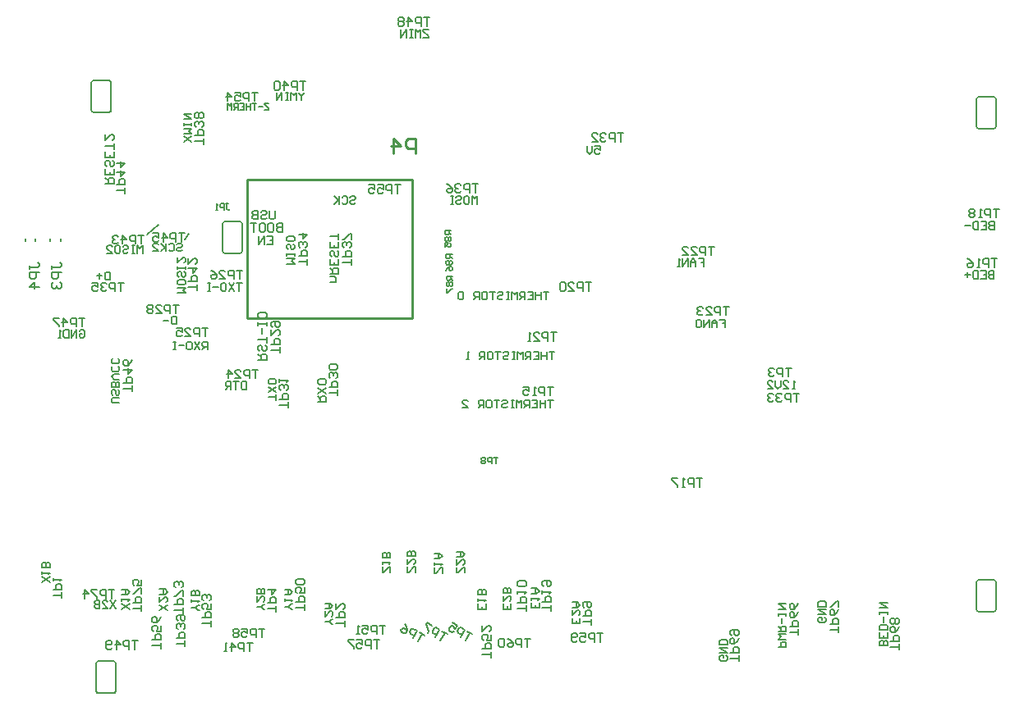
<source format=gbo>
G04*
G04 #@! TF.GenerationSoftware,Altium Limited,Altium Designer,21.0.8 (223)*
G04*
G04 Layer_Color=32896*
%FSLAX25Y25*%
%MOIN*%
G70*
G04*
G04 #@! TF.SameCoordinates,9996C82E-4A36-4C5B-9496-8E533FBA6DEC*
G04*
G04*
G04 #@! TF.FilePolarity,Positive*
G04*
G01*
G75*
%ADD11C,0.00600*%
%ADD12C,0.00800*%
%ADD13C,0.01000*%
%ADD16C,0.00500*%
%ADD21C,0.00787*%
%ADD27C,0.00700*%
G54D11*
X83976Y181019D02*
X84269Y180312D01*
X84976Y180019D01*
Y193019D02*
X84269Y192726D01*
X83976Y192019D01*
X91976D02*
X91684Y192726D01*
X90976Y193019D01*
Y180019D02*
X91684Y180312D01*
X91976Y181019D01*
X397799Y46445D02*
X397506Y47152D01*
X396799Y47445D01*
Y34445D02*
X397506Y34738D01*
X397799Y35445D01*
X389799D02*
X390092Y34738D01*
X390799Y34445D01*
Y47445D02*
X390092Y47152D01*
X389799Y46445D01*
X30683Y238403D02*
X30976Y237696D01*
X31683Y237403D01*
Y250403D02*
X30976Y250110D01*
X30683Y249403D01*
X38683D02*
X38390Y250110D01*
X37683Y250403D01*
Y237403D02*
X38390Y237696D01*
X38683Y238403D01*
X32483Y2303D02*
X32776Y1596D01*
X33483Y1303D01*
Y14303D02*
X32776Y14010D01*
X32483Y13303D01*
X40483D02*
X40190Y14010D01*
X39483Y14303D01*
Y1303D02*
X40190Y1596D01*
X40483Y2303D01*
X389883Y231803D02*
X390176Y231096D01*
X390883Y230803D01*
Y243803D02*
X390176Y243510D01*
X389883Y242803D01*
X397883D02*
X397590Y243510D01*
X396883Y243803D01*
Y230803D02*
X397590Y231096D01*
X397883Y231803D01*
X91976Y181019D02*
Y192019D01*
X84976Y180019D02*
X90976D01*
X84976Y193019D02*
X90976D01*
X83976Y181019D02*
Y192019D01*
X389799Y35445D02*
Y46445D01*
X390799Y47445D02*
X396799D01*
X390799Y34445D02*
X396799D01*
X397799Y35445D02*
Y46445D01*
X38683Y238403D02*
Y249403D01*
X31683Y237403D02*
X37683D01*
X31683Y250403D02*
X37683D01*
X30683Y238403D02*
Y249403D01*
X40483Y2303D02*
Y13303D01*
X33483Y1303D02*
X39483D01*
X33483Y14303D02*
X39483D01*
X32483Y2303D02*
Y13303D01*
X397883Y231803D02*
Y242803D01*
X390883Y230803D02*
X396883D01*
X390883Y243803D02*
X396883D01*
X389883Y231803D02*
Y242803D01*
X13882Y46503D02*
X10683Y48636D01*
X13882D02*
X10683Y46503D01*
Y49702D02*
Y50768D01*
Y50235D01*
X13882D01*
X13349Y49702D01*
X13882Y52368D02*
X10683D01*
Y53967D01*
X11216Y54501D01*
X11749D01*
X12282Y53967D01*
Y52368D01*
Y53967D01*
X12815Y54501D01*
X13349D01*
X13882Y53967D01*
Y52368D01*
X46182Y35603D02*
X42983Y37736D01*
X46182D02*
X42983Y35603D01*
Y38802D02*
Y39868D01*
Y39335D01*
X46182D01*
X45649Y38802D01*
X42983Y41468D02*
X45115D01*
X46182Y42534D01*
X45115Y43601D01*
X42983D01*
X44582D01*
Y41468D01*
X61482Y35103D02*
X58283Y37236D01*
X61482D02*
X58283Y35103D01*
Y40435D02*
Y38302D01*
X60415Y40435D01*
X60948D01*
X61482Y39902D01*
Y38835D01*
X60948Y38302D01*
X58283Y41501D02*
X60415D01*
X61482Y42567D01*
X60415Y43634D01*
X58283D01*
X59882D01*
Y41501D01*
X397058Y193077D02*
Y189878D01*
X395458D01*
X394925Y190411D01*
Y190944D01*
X395458Y191477D01*
X397058D01*
X395458D01*
X394925Y192011D01*
Y192544D01*
X395458Y193077D01*
X397058D01*
X391726D02*
X393859D01*
Y189878D01*
X391726D01*
X393859Y191477D02*
X392792D01*
X390659Y193077D02*
Y189878D01*
X389060D01*
X388527Y190411D01*
Y192544D01*
X389060Y193077D01*
X390659D01*
X387461Y191477D02*
X385328D01*
X396957Y172977D02*
Y169778D01*
X395358D01*
X394825Y170311D01*
Y170844D01*
X395358Y171377D01*
X396957D01*
X395358D01*
X394825Y171911D01*
Y172444D01*
X395358Y172977D01*
X396957D01*
X391626D02*
X393759D01*
Y169778D01*
X391626D01*
X393759Y171377D02*
X392692D01*
X390560Y172977D02*
Y169778D01*
X388960D01*
X388427Y170311D01*
Y172444D01*
X388960Y172977D01*
X390560D01*
X387361Y171377D02*
X385228D01*
X386294Y172444D02*
Y170311D01*
X41982Y119303D02*
X39316D01*
X38783Y119836D01*
Y120903D01*
X39316Y121436D01*
X41982D01*
X41449Y124635D02*
X41982Y124102D01*
Y123035D01*
X41449Y122502D01*
X40915D01*
X40382Y123035D01*
Y124102D01*
X39849Y124635D01*
X39316D01*
X38783Y124102D01*
Y123035D01*
X39316Y122502D01*
X41982Y125701D02*
X38783D01*
Y127301D01*
X39316Y127834D01*
X39849D01*
X40382Y127301D01*
Y125701D01*
Y127301D01*
X40915Y127834D01*
X41449D01*
X41982Y127301D01*
Y125701D01*
Y128900D02*
X39849D01*
X38783Y129966D01*
X39849Y131033D01*
X41982D01*
X41449Y134232D02*
X41982Y133698D01*
Y132632D01*
X41449Y132099D01*
X39316D01*
X38783Y132632D01*
Y133698D01*
X39316Y134232D01*
X41449Y137431D02*
X41982Y136898D01*
Y135831D01*
X41449Y135298D01*
X39316D01*
X38783Y135831D01*
Y136898D01*
X39316Y137431D01*
X25750Y148569D02*
X26283Y149102D01*
X27349D01*
X27883Y148569D01*
Y146436D01*
X27349Y145903D01*
X26283D01*
X25750Y146436D01*
Y147503D01*
X26816D01*
X24684Y145903D02*
Y149102D01*
X22551Y145903D01*
Y149102D01*
X21485D02*
Y145903D01*
X19885D01*
X19352Y146436D01*
Y148569D01*
X19885Y149102D01*
X21485D01*
X18286Y145903D02*
X17220D01*
X17753D01*
Y149102D01*
X18286Y148569D01*
X65183Y154502D02*
Y151303D01*
X63583D01*
X63050Y151836D01*
Y153969D01*
X63583Y154502D01*
X65183D01*
X61984Y152903D02*
X59851D01*
X38183Y172602D02*
Y169403D01*
X36583D01*
X36050Y169936D01*
Y172069D01*
X36583Y172602D01*
X38183D01*
X34984Y171003D02*
X32851D01*
X33917Y172069D02*
Y169936D01*
X234950Y223702D02*
X237083D01*
Y222103D01*
X236016Y222636D01*
X235483D01*
X234950Y222103D01*
Y221036D01*
X235483Y220503D01*
X236549D01*
X237083Y221036D01*
X233884Y223702D02*
Y221569D01*
X232817Y220503D01*
X231751Y221569D01*
Y223702D01*
X187183Y200203D02*
Y203402D01*
X186116Y202336D01*
X185050Y203402D01*
Y200203D01*
X182384Y203402D02*
X183450D01*
X183984Y202869D01*
Y200736D01*
X183450Y200203D01*
X182384D01*
X181851Y200736D01*
Y202869D01*
X182384Y203402D01*
X178652Y202869D02*
X179185Y203402D01*
X180252D01*
X180785Y202869D01*
Y202336D01*
X180252Y201803D01*
X179185D01*
X178652Y201270D01*
Y200736D01*
X179185Y200203D01*
X180252D01*
X180785Y200736D01*
X177586Y203402D02*
X176520D01*
X177053D01*
Y200203D01*
X177586D01*
X176520D01*
X135564Y202863D02*
X136097Y203396D01*
X137164D01*
X137697Y202863D01*
Y202329D01*
X137164Y201796D01*
X136097D01*
X135564Y201263D01*
Y200730D01*
X136097Y200197D01*
X137164D01*
X137697Y200730D01*
X132365Y202863D02*
X132898Y203396D01*
X133965D01*
X134498Y202863D01*
Y200730D01*
X133965Y200197D01*
X132898D01*
X132365Y200730D01*
X131299Y203396D02*
Y200197D01*
Y201263D01*
X129166Y203396D01*
X130766Y201796D01*
X129166Y200197D01*
X109843Y175886D02*
X113041D01*
X111975Y176952D01*
X113041Y178018D01*
X109843D01*
X113041Y179085D02*
Y180151D01*
Y179618D01*
X109843D01*
Y179085D01*
Y180151D01*
X112508Y183883D02*
X113041Y183350D01*
Y182284D01*
X112508Y181751D01*
X111975D01*
X111442Y182284D01*
Y183350D01*
X110909Y183883D01*
X110376D01*
X109843Y183350D01*
Y182284D01*
X110376Y181751D01*
X113041Y186549D02*
Y185483D01*
X112508Y184950D01*
X110376D01*
X109843Y185483D01*
Y186549D01*
X110376Y187082D01*
X112508D01*
X113041Y186549D01*
X167483Y271102D02*
X165350D01*
Y270569D01*
X167483Y268436D01*
Y267903D01*
X165350D01*
X164284D02*
Y271102D01*
X163217Y270036D01*
X162151Y271102D01*
Y267903D01*
X161085Y271102D02*
X160018D01*
X160552D01*
Y267903D01*
X161085D01*
X160018D01*
X158419D02*
Y271102D01*
X156286Y267903D01*
Y271102D01*
X116983Y245602D02*
Y245069D01*
X115916Y244003D01*
X114850Y245069D01*
Y245602D01*
X115916Y244003D02*
Y242403D01*
X113784D02*
Y245602D01*
X112717Y244536D01*
X111651Y245602D01*
Y242403D01*
X110585Y245602D02*
X109518D01*
X110052D01*
Y242403D01*
X110585D01*
X109518D01*
X107919D02*
Y245602D01*
X105786Y242403D01*
Y245602D01*
X71282Y225603D02*
X68083Y227736D01*
X71282D02*
X68083Y225603D01*
Y228802D02*
X71282D01*
X70215Y229868D01*
X71282Y230935D01*
X68083D01*
X71282Y232001D02*
Y233067D01*
Y232534D01*
X68083D01*
Y232001D01*
Y233067D01*
Y234667D02*
X71282D01*
X68083Y236800D01*
X71282D01*
X51383Y180103D02*
Y183302D01*
X50316Y182236D01*
X49250Y183302D01*
Y180103D01*
X48184Y183302D02*
X47117D01*
X47651D01*
Y180103D01*
X48184D01*
X47117D01*
X43385Y182769D02*
X43918Y183302D01*
X44985D01*
X45518Y182769D01*
Y182236D01*
X44985Y181703D01*
X43918D01*
X43385Y181169D01*
Y180636D01*
X43918Y180103D01*
X44985D01*
X45518Y180636D01*
X40720Y183302D02*
X41786D01*
X42319Y182769D01*
Y180636D01*
X41786Y180103D01*
X40720D01*
X40186Y180636D01*
Y182769D01*
X40720Y183302D01*
X36987Y180103D02*
X39120D01*
X36987Y182236D01*
Y182769D01*
X37521Y183302D01*
X38587D01*
X39120Y182769D01*
X65250Y183669D02*
X65783Y184202D01*
X66849D01*
X67383Y183669D01*
Y183136D01*
X66849Y182603D01*
X65783D01*
X65250Y182070D01*
Y181536D01*
X65783Y181003D01*
X66849D01*
X67383Y181536D01*
X62051Y183669D02*
X62584Y184202D01*
X63651D01*
X64184Y183669D01*
Y181536D01*
X63651Y181003D01*
X62584D01*
X62051Y181536D01*
X60985Y184202D02*
Y181003D01*
Y182070D01*
X58852Y184202D01*
X60452Y182603D01*
X58852Y181003D01*
X55653D02*
X57786D01*
X55653Y183136D01*
Y183669D01*
X56186Y184202D01*
X57253D01*
X57786Y183669D01*
X65683Y164103D02*
X68882D01*
X67815Y165170D01*
X68882Y166236D01*
X65683D01*
X68882Y168902D02*
Y167835D01*
X68348Y167302D01*
X66216D01*
X65683Y167835D01*
Y168902D01*
X66216Y169435D01*
X68348D01*
X68882Y168902D01*
X68348Y172634D02*
X68882Y172101D01*
Y171034D01*
X68348Y170501D01*
X67815D01*
X67282Y171034D01*
Y172101D01*
X66749Y172634D01*
X66216D01*
X65683Y172101D01*
Y171034D01*
X66216Y170501D01*
X68882Y173700D02*
Y174766D01*
Y174233D01*
X65683D01*
Y173700D01*
Y174766D01*
Y178498D02*
Y176366D01*
X67815Y178498D01*
X68348D01*
X68882Y177965D01*
Y176899D01*
X68348Y176366D01*
X91732Y167963D02*
X89600D01*
X90666D01*
Y164764D01*
X88533Y167963D02*
X86401Y164764D01*
Y167963D02*
X88533Y164764D01*
X85334Y167430D02*
X84801Y167963D01*
X83735D01*
X83202Y167430D01*
Y165297D01*
X83735Y164764D01*
X84801D01*
X85334Y165297D01*
Y167430D01*
X82135Y166363D02*
X80003D01*
X78936Y167963D02*
X77870D01*
X78403D01*
Y164764D01*
X78936D01*
X77870D01*
X93583Y128102D02*
Y124903D01*
X91983D01*
X91450Y125436D01*
Y127569D01*
X91983Y128102D01*
X93583D01*
X90384D02*
X88251D01*
X89317D01*
Y124903D01*
X87185D02*
Y128102D01*
X85585D01*
X85052Y127569D01*
Y126503D01*
X85585Y125970D01*
X87185D01*
X86118D02*
X85052Y124903D01*
X105582Y120603D02*
Y122736D01*
Y121669D01*
X102383D01*
X105582Y123802D02*
X102383Y125935D01*
X105582D02*
X102383Y123802D01*
X105049Y127001D02*
X105582Y127534D01*
Y128601D01*
X105049Y129134D01*
X102916D01*
X102383Y128601D01*
Y127534D01*
X102916Y127001D01*
X105049D01*
X218083Y120602D02*
X215950D01*
X217016D01*
Y117403D01*
X214884Y120602D02*
Y117403D01*
Y119003D01*
X212751D01*
Y120602D01*
Y117403D01*
X209552Y120602D02*
X211685D01*
Y117403D01*
X209552D01*
X211685Y119003D02*
X210618D01*
X208486Y117403D02*
Y120602D01*
X206886D01*
X206353Y120069D01*
Y119003D01*
X206886Y118470D01*
X208486D01*
X207419D02*
X206353Y117403D01*
X205287D02*
Y120602D01*
X204221Y119536D01*
X203154Y120602D01*
Y117403D01*
X202088Y120602D02*
X201022D01*
X201555D01*
Y117403D01*
X202088D01*
X201022D01*
X197289Y120069D02*
X197823Y120602D01*
X198889D01*
X199422Y120069D01*
Y119536D01*
X198889Y119003D01*
X197823D01*
X197289Y118470D01*
Y117936D01*
X197823Y117403D01*
X198889D01*
X199422Y117936D01*
X196223Y120602D02*
X194090D01*
X195157D01*
Y117403D01*
X191425Y120602D02*
X192491D01*
X193024Y120069D01*
Y117936D01*
X192491Y117403D01*
X191425D01*
X190892Y117936D01*
Y120069D01*
X191425Y120602D01*
X189825Y117403D02*
Y120602D01*
X188226D01*
X187692Y120069D01*
Y119003D01*
X188226Y118470D01*
X189825D01*
X188759D02*
X187692Y117403D01*
X181295D02*
X183427D01*
X181295Y119536D01*
Y120069D01*
X181828Y120602D01*
X182894D01*
X183427Y120069D01*
X218583Y140202D02*
X216450D01*
X217516D01*
Y137003D01*
X215384Y140202D02*
Y137003D01*
Y138603D01*
X213251D01*
Y140202D01*
Y137003D01*
X210052Y140202D02*
X212185D01*
Y137003D01*
X210052D01*
X212185Y138603D02*
X211118D01*
X208986Y137003D02*
Y140202D01*
X207386D01*
X206853Y139669D01*
Y138603D01*
X207386Y138069D01*
X208986D01*
X207920D02*
X206853Y137003D01*
X205787D02*
Y140202D01*
X204720Y139136D01*
X203654Y140202D01*
Y137003D01*
X202588Y140202D02*
X201521D01*
X202055D01*
Y137003D01*
X202588D01*
X201521D01*
X197789Y139669D02*
X198323Y140202D01*
X199389D01*
X199922Y139669D01*
Y139136D01*
X199389Y138603D01*
X198323D01*
X197789Y138069D01*
Y137536D01*
X198323Y137003D01*
X199389D01*
X199922Y137536D01*
X196723Y140202D02*
X194590D01*
X195657D01*
Y137003D01*
X191925Y140202D02*
X192991D01*
X193524Y139669D01*
Y137536D01*
X192991Y137003D01*
X191925D01*
X191392Y137536D01*
Y139669D01*
X191925Y140202D01*
X190325Y137003D02*
Y140202D01*
X188726D01*
X188192Y139669D01*
Y138603D01*
X188726Y138069D01*
X190325D01*
X189259D02*
X188192Y137003D01*
X183927D02*
X182861D01*
X183394D01*
Y140202D01*
X183927Y139669D01*
X216283Y164602D02*
X214150D01*
X215216D01*
Y161403D01*
X213084Y164602D02*
Y161403D01*
Y163003D01*
X210951D01*
Y164602D01*
Y161403D01*
X207752Y164602D02*
X209885D01*
Y161403D01*
X207752D01*
X209885Y163003D02*
X208818D01*
X206686Y161403D02*
Y164602D01*
X205086D01*
X204553Y164069D01*
Y163003D01*
X205086Y162469D01*
X206686D01*
X205620D02*
X204553Y161403D01*
X203487D02*
Y164602D01*
X202420Y163536D01*
X201354Y164602D01*
Y161403D01*
X200288Y164602D02*
X199222D01*
X199755D01*
Y161403D01*
X200288D01*
X199222D01*
X195489Y164069D02*
X196023Y164602D01*
X197089D01*
X197622Y164069D01*
Y163536D01*
X197089Y163003D01*
X196023D01*
X195489Y162469D01*
Y161936D01*
X196023Y161403D01*
X197089D01*
X197622Y161936D01*
X194423Y164602D02*
X192290D01*
X193357D01*
Y161403D01*
X189625Y164602D02*
X190691D01*
X191224Y164069D01*
Y161936D01*
X190691Y161403D01*
X189625D01*
X189092Y161936D01*
Y164069D01*
X189625Y164602D01*
X188025Y161403D02*
Y164602D01*
X186426D01*
X185892Y164069D01*
Y163003D01*
X186426Y162469D01*
X188025D01*
X186959D02*
X185892Y161403D01*
X181627Y164069D02*
X181094Y164602D01*
X180028D01*
X179495Y164069D01*
Y161936D01*
X180028Y161403D01*
X181094D01*
X181627Y161936D01*
Y164069D01*
X277050Y178002D02*
X279183D01*
Y176403D01*
X278116D01*
X279183D01*
Y174803D01*
X275984D02*
Y176936D01*
X274917Y178002D01*
X273851Y176936D01*
Y174803D01*
Y176403D01*
X275984D01*
X272785Y174803D02*
Y178002D01*
X270652Y174803D01*
Y178002D01*
X269586Y174803D02*
X268519D01*
X269053D01*
Y178002D01*
X269586Y177469D01*
X285625Y153277D02*
X287757D01*
Y151677D01*
X286691D01*
X287757D01*
Y150078D01*
X284559D02*
Y152211D01*
X283492Y153277D01*
X282426Y152211D01*
Y150078D01*
Y151677D01*
X284559D01*
X281360Y150078D02*
Y153277D01*
X279227Y150078D01*
Y153277D01*
X278161Y152744D02*
X277627Y153277D01*
X276561D01*
X276028Y152744D01*
Y150611D01*
X276561Y150078D01*
X277627D01*
X278161Y150611D01*
Y152744D01*
X316283Y125103D02*
X315216D01*
X315750D01*
Y128302D01*
X316283Y127769D01*
X311484Y125103D02*
X313617D01*
X311484Y127236D01*
Y127769D01*
X312017Y128302D01*
X313084D01*
X313617Y127769D01*
X310418Y128302D02*
Y126170D01*
X309352Y125103D01*
X308285Y126170D01*
Y128302D01*
X305086Y125103D02*
X307219D01*
X305086Y127236D01*
Y127769D01*
X305620Y128302D01*
X306686D01*
X307219Y127769D01*
X353856Y20678D02*
X350658D01*
Y22277D01*
X351191Y22811D01*
X351724D01*
X352257Y22277D01*
Y20678D01*
Y22277D01*
X352790Y22811D01*
X353323D01*
X353856Y22277D01*
Y20678D01*
Y26010D02*
Y23877D01*
X350658D01*
Y26010D01*
X352257Y23877D02*
Y24943D01*
X353856Y27076D02*
X350658D01*
Y28675D01*
X351191Y29208D01*
X353323D01*
X353856Y28675D01*
Y27076D01*
X352257Y30275D02*
Y32408D01*
X353856Y33474D02*
Y34540D01*
Y34007D01*
X350658D01*
Y33474D01*
Y34540D01*
Y36140D02*
X353856D01*
X350658Y38272D01*
X353856D01*
X328348Y32236D02*
X328882Y31703D01*
Y30636D01*
X328348Y30103D01*
X326216D01*
X325683Y30636D01*
Y31703D01*
X326216Y32236D01*
X327282D01*
Y31170D01*
X325683Y33302D02*
X328882D01*
X325683Y35435D01*
X328882D01*
Y36501D02*
X325683D01*
Y38101D01*
X326216Y38634D01*
X328348D01*
X328882Y38101D01*
Y36501D01*
X309358Y20078D02*
X312556D01*
Y21677D01*
X312023Y22211D01*
X310957D01*
X310424Y21677D01*
Y20078D01*
X312556Y23277D02*
X309358D01*
X310424Y24343D01*
X309358Y25410D01*
X312556D01*
X309358Y26476D02*
X312556D01*
Y28075D01*
X312023Y28609D01*
X310957D01*
X310424Y28075D01*
Y26476D01*
Y27542D02*
X309358Y28609D01*
X310957Y29675D02*
Y31808D01*
X312556Y32874D02*
Y33940D01*
Y33407D01*
X309358D01*
Y32874D01*
Y33940D01*
Y35540D02*
X312556D01*
X309358Y37672D01*
X312556D01*
X288223Y16711D02*
X288756Y16177D01*
Y15111D01*
X288223Y14578D01*
X286091D01*
X285558Y15111D01*
Y16177D01*
X286091Y16711D01*
X287157D01*
Y15644D01*
X285558Y17777D02*
X288756D01*
X285558Y19910D01*
X288756D01*
Y20976D02*
X285558D01*
Y22575D01*
X286091Y23109D01*
X288223D01*
X288756Y22575D01*
Y20976D01*
X190882Y37636D02*
Y35503D01*
X187683D01*
Y37636D01*
X189282Y35503D02*
Y36569D01*
X187683Y38702D02*
Y39768D01*
Y39235D01*
X190882D01*
X190348Y38702D01*
X190882Y41368D02*
X187683D01*
Y42967D01*
X188216Y43501D01*
X188749D01*
X189282Y42967D01*
Y41368D01*
Y42967D01*
X189815Y43501D01*
X190348D01*
X190882Y42967D01*
Y41368D01*
X212382Y38136D02*
Y36003D01*
X209183D01*
Y38136D01*
X210782Y36003D02*
Y37069D01*
X209183Y39202D02*
Y40268D01*
Y39735D01*
X212382D01*
X211848Y39202D01*
X209183Y41868D02*
X211315D01*
X212382Y42934D01*
X211315Y44001D01*
X209183D01*
X210782D01*
Y41868D01*
X228956Y31911D02*
Y29778D01*
X225758D01*
Y31911D01*
X227357Y29778D02*
Y30844D01*
X225758Y35110D02*
Y32977D01*
X227890Y35110D01*
X228423D01*
X228956Y34576D01*
Y33510D01*
X228423Y32977D01*
X225758Y36176D02*
X227890D01*
X228956Y37242D01*
X227890Y38309D01*
X225758D01*
X227357D01*
Y36176D01*
X200982Y37736D02*
Y35603D01*
X197783D01*
Y37736D01*
X199382Y35603D02*
Y36669D01*
X197783Y40935D02*
Y38802D01*
X199915Y40935D01*
X200448D01*
X200982Y40402D01*
Y39335D01*
X200448Y38802D01*
X200982Y42001D02*
X197783D01*
Y43601D01*
X198316Y44134D01*
X198849D01*
X199382Y43601D01*
Y42001D01*
Y43601D01*
X199915Y44134D01*
X200448D01*
X200982Y43601D01*
Y42001D01*
X162056Y50578D02*
Y52711D01*
X161523D01*
X159391Y50578D01*
X158858D01*
Y52711D01*
Y55910D02*
Y53777D01*
X160990Y55910D01*
X161523D01*
X162056Y55376D01*
Y54310D01*
X161523Y53777D01*
X162056Y56976D02*
X158858D01*
Y58575D01*
X159391Y59109D01*
X159924D01*
X160457Y58575D01*
Y56976D01*
Y58575D01*
X160990Y59109D01*
X161523D01*
X162056Y58575D01*
Y56976D01*
X182156Y50378D02*
Y52511D01*
X181623D01*
X179491Y50378D01*
X178957D01*
Y52511D01*
Y55710D02*
Y53577D01*
X181090Y55710D01*
X181623D01*
X182156Y55176D01*
Y54110D01*
X181623Y53577D01*
X178957Y56776D02*
X181090D01*
X182156Y57842D01*
X181090Y58908D01*
X178957D01*
X180557D01*
Y56776D01*
X173082Y50203D02*
Y52336D01*
X172548D01*
X170416Y50203D01*
X169883D01*
Y52336D01*
Y53402D02*
Y54468D01*
Y53935D01*
X173082D01*
X172548Y53402D01*
X169883Y56068D02*
X172015D01*
X173082Y57134D01*
X172015Y58201D01*
X169883D01*
X171482D01*
Y56068D01*
X151956Y50578D02*
Y52711D01*
X151423D01*
X149291Y50578D01*
X148758D01*
Y52711D01*
Y53777D02*
Y54843D01*
Y54310D01*
X151956D01*
X151423Y53777D01*
X151956Y56443D02*
X148758D01*
Y58042D01*
X149291Y58575D01*
X149824D01*
X150357Y58042D01*
Y56443D01*
Y58042D01*
X150890Y58575D01*
X151423D01*
X151956Y58042D01*
Y56443D01*
X100982Y35403D02*
X100449D01*
X99382Y36470D01*
X100449Y37536D01*
X100982D01*
X99382Y36470D02*
X97783D01*
Y40735D02*
Y38602D01*
X99915Y40735D01*
X100449D01*
X100982Y40202D01*
Y39135D01*
X100449Y38602D01*
X100982Y41801D02*
X97783D01*
Y43401D01*
X98316Y43934D01*
X98849D01*
X99382Y43401D01*
Y41801D01*
Y43401D01*
X99915Y43934D01*
X100449D01*
X100982Y43401D01*
Y41801D01*
X128682Y29303D02*
X128148D01*
X127082Y30369D01*
X128148Y31436D01*
X128682D01*
X127082Y30369D02*
X125483D01*
Y34635D02*
Y32502D01*
X127615Y34635D01*
X128148D01*
X128682Y34102D01*
Y33035D01*
X128148Y32502D01*
X125483Y35701D02*
X127615D01*
X128682Y36767D01*
X127615Y37834D01*
X125483D01*
X127082D01*
Y35701D01*
X112282Y35503D02*
X111749D01*
X110682Y36569D01*
X111749Y37636D01*
X112282D01*
X110682Y36569D02*
X109083D01*
Y38702D02*
Y39768D01*
Y39235D01*
X112282D01*
X111749Y38702D01*
X109083Y41368D02*
X111215D01*
X112282Y42434D01*
X111215Y43501D01*
X109083D01*
X110682D01*
Y41368D01*
X74382Y35103D02*
X73848D01*
X72782Y36169D01*
X73848Y37236D01*
X74382D01*
X72782Y36169D02*
X71183D01*
Y38302D02*
Y39368D01*
Y38835D01*
X74382D01*
X73848Y38302D01*
X74382Y40968D02*
X71183D01*
Y42567D01*
X71716Y43101D01*
X72249D01*
X72782Y42567D01*
Y40968D01*
Y42567D01*
X73315Y43101D01*
X73848D01*
X74382Y42567D01*
Y40968D01*
X40383Y39102D02*
X38250Y35903D01*
Y39102D02*
X40383Y35903D01*
X35051D02*
X37184D01*
X35051Y38036D01*
Y38569D01*
X35584Y39102D01*
X36650D01*
X37184Y38569D01*
X33985Y39102D02*
Y35903D01*
X32385D01*
X31852Y36436D01*
Y36970D01*
X32385Y37503D01*
X33985D01*
X32385D01*
X31852Y38036D01*
Y38569D01*
X32385Y39102D01*
X33985D01*
X122483Y119703D02*
X125981D01*
Y121453D01*
X125398Y122036D01*
X124232D01*
X123649Y121453D01*
Y119703D01*
Y120869D02*
X122483Y122036D01*
X125981Y123202D02*
X122483Y125535D01*
X125981D02*
X122483Y123202D01*
X125398Y126701D02*
X125981Y127284D01*
Y128450D01*
X125398Y129034D01*
X123066D01*
X122483Y128450D01*
Y127284D01*
X123066Y126701D01*
X125398D01*
X98228Y136909D02*
X101727D01*
Y138659D01*
X101144Y139242D01*
X99978D01*
X99395Y138659D01*
Y136909D01*
Y138076D02*
X98228Y139242D01*
X101144Y142741D02*
X101727Y142158D01*
Y140991D01*
X101144Y140408D01*
X100561D01*
X99978Y140991D01*
Y142158D01*
X99395Y142741D01*
X98812D01*
X98228Y142158D01*
Y140991D01*
X98812Y140408D01*
X101727Y143907D02*
Y146240D01*
Y145073D01*
X98228D01*
X99978Y147406D02*
Y149739D01*
X101727Y150905D02*
Y152071D01*
Y151488D01*
X98228D01*
Y150905D01*
Y152071D01*
X101727Y155570D02*
Y154404D01*
X101144Y153821D01*
X98812D01*
X98228Y154404D01*
Y155570D01*
X98812Y156153D01*
X101144D01*
X101727Y155570D01*
X77756Y141043D02*
Y144242D01*
X76156D01*
X75623Y143709D01*
Y142643D01*
X76156Y142110D01*
X77756D01*
X76690D02*
X75623Y141043D01*
X74557Y144242D02*
X72424Y141043D01*
Y144242D02*
X74557Y141043D01*
X71358Y143709D02*
X70825Y144242D01*
X69758D01*
X69225Y143709D01*
Y141577D01*
X69758Y141043D01*
X70825D01*
X71358Y141577D01*
Y143709D01*
X68159Y142643D02*
X66026D01*
X64960Y144242D02*
X63894D01*
X64427D01*
Y141043D01*
X64960D01*
X63894D01*
X105217Y197495D02*
Y194579D01*
X104633Y193996D01*
X103467D01*
X102884Y194579D01*
Y197495D01*
X99385Y196912D02*
X99968Y197495D01*
X101135D01*
X101718Y196912D01*
Y196329D01*
X101135Y195746D01*
X99968D01*
X99385Y195162D01*
Y194579D01*
X99968Y193996D01*
X101135D01*
X101718Y194579D01*
X98219Y197495D02*
Y193996D01*
X96469D01*
X95886Y194579D01*
Y195162D01*
X96469Y195746D01*
X98219D01*
X96469D01*
X95886Y196329D01*
Y196912D01*
X96469Y197495D01*
X98219D01*
X108169Y192377D02*
Y188878D01*
X106420D01*
X105837Y189461D01*
Y190044D01*
X106420Y190627D01*
X108169D01*
X106420D01*
X105837Y191210D01*
Y191794D01*
X106420Y192377D01*
X108169D01*
X102921D02*
X104087D01*
X104670Y191794D01*
Y189461D01*
X104087Y188878D01*
X102921D01*
X102338Y189461D01*
Y191794D01*
X102921Y192377D01*
X99422D02*
X100588D01*
X101172Y191794D01*
Y189461D01*
X100588Y188878D01*
X99422D01*
X98839Y189461D01*
Y191794D01*
X99422Y192377D01*
X97673D02*
X95340D01*
X96506D01*
Y188878D01*
X101900Y187259D02*
X104232D01*
Y183760D01*
X101900D01*
X104232Y185509D02*
X103066D01*
X100733Y183760D02*
Y187259D01*
X98401Y183760D01*
Y187259D01*
X36283Y208603D02*
X39781D01*
Y210353D01*
X39198Y210936D01*
X38032D01*
X37449Y210353D01*
Y208603D01*
Y209769D02*
X36283Y210936D01*
X39781Y214435D02*
Y212102D01*
X36283D01*
Y214435D01*
X38032Y212102D02*
Y213268D01*
X39198Y217934D02*
X39781Y217350D01*
Y216184D01*
X39198Y215601D01*
X38615D01*
X38032Y216184D01*
Y217350D01*
X37449Y217934D01*
X36866D01*
X36283Y217350D01*
Y216184D01*
X36866Y215601D01*
X39781Y221432D02*
Y219100D01*
X36283D01*
Y221432D01*
X38032Y219100D02*
Y220266D01*
X39781Y222599D02*
Y224931D01*
Y223765D01*
X36283D01*
Y228430D02*
Y226097D01*
X38615Y228430D01*
X39198D01*
X39781Y227847D01*
Y226681D01*
X39198Y226097D01*
X127483Y168403D02*
X129815D01*
Y170153D01*
X129232Y170736D01*
X127483D01*
Y171902D02*
X130982D01*
Y173651D01*
X130398Y174235D01*
X129232D01*
X128649Y173651D01*
Y171902D01*
Y173068D02*
X127483Y174235D01*
X130982Y177734D02*
Y175401D01*
X127483D01*
Y177734D01*
X129232Y175401D02*
Y176567D01*
X130398Y181232D02*
X130982Y180649D01*
Y179483D01*
X130398Y178900D01*
X129815D01*
X129232Y179483D01*
Y180649D01*
X128649Y181232D01*
X128066D01*
X127483Y180649D01*
Y179483D01*
X128066Y178900D01*
X130982Y184731D02*
Y182399D01*
X127483D01*
Y184731D01*
X129232Y182399D02*
Y183565D01*
X130982Y185898D02*
Y188230D01*
Y187064D01*
X127483D01*
X208783Y23602D02*
X206450D01*
X207616D01*
Y20103D01*
X205284D02*
Y23602D01*
X203534D01*
X202951Y23019D01*
Y21853D01*
X203534Y21269D01*
X205284D01*
X199452Y23602D02*
X200619Y23019D01*
X201785Y21853D01*
Y20686D01*
X201202Y20103D01*
X200036D01*
X199452Y20686D01*
Y21269D01*
X200036Y21853D01*
X201785D01*
X198286Y23019D02*
X197703Y23602D01*
X196537D01*
X195954Y23019D01*
Y20686D01*
X196537Y20103D01*
X197703D01*
X198286Y20686D01*
Y23019D01*
X238283Y25702D02*
X235950D01*
X237116D01*
Y22203D01*
X234784D02*
Y25702D01*
X233034D01*
X232451Y25119D01*
Y23953D01*
X233034Y23369D01*
X234784D01*
X228952Y25702D02*
X231285D01*
Y23953D01*
X230119Y24536D01*
X229536D01*
X228952Y23953D01*
Y22786D01*
X229536Y22203D01*
X230702D01*
X231285Y22786D01*
X227786D02*
X227203Y22203D01*
X226037D01*
X225453Y22786D01*
Y25119D01*
X226037Y25702D01*
X227203D01*
X227786Y25119D01*
Y24536D01*
X227203Y23953D01*
X225453D01*
X100883Y27602D02*
X98550D01*
X99716D01*
Y24103D01*
X97384D02*
Y27602D01*
X95634D01*
X95051Y27019D01*
Y25853D01*
X95634Y25269D01*
X97384D01*
X91552Y27602D02*
X93885D01*
Y25853D01*
X92719Y26436D01*
X92136D01*
X91552Y25853D01*
Y24686D01*
X92136Y24103D01*
X93302D01*
X93885Y24686D01*
X90386Y27019D02*
X89803Y27602D01*
X88637D01*
X88054Y27019D01*
Y26436D01*
X88637Y25853D01*
X88054Y25269D01*
Y24686D01*
X88637Y24103D01*
X89803D01*
X90386Y24686D01*
Y25269D01*
X89803Y25853D01*
X90386Y26436D01*
Y27019D01*
X89803Y25853D02*
X88637D01*
X147583Y23002D02*
X145250D01*
X146416D01*
Y19503D01*
X144084D02*
Y23002D01*
X142334D01*
X141751Y22419D01*
Y21253D01*
X142334Y20669D01*
X144084D01*
X138252Y23002D02*
X140585D01*
Y21253D01*
X139419Y21836D01*
X138836D01*
X138252Y21253D01*
Y20086D01*
X138836Y19503D01*
X140002D01*
X140585Y20086D01*
X137086Y23002D02*
X134754D01*
Y22419D01*
X137086Y20086D01*
Y19503D01*
X58782D02*
Y21836D01*
Y20669D01*
X55283D01*
Y23002D02*
X58782D01*
Y24751D01*
X58198Y25335D01*
X57032D01*
X56449Y24751D01*
Y23002D01*
X58782Y28833D02*
Y26501D01*
X57032D01*
X57615Y27667D01*
Y28250D01*
X57032Y28833D01*
X55866D01*
X55283Y28250D01*
Y27084D01*
X55866Y26501D01*
X58782Y32332D02*
X58198Y31166D01*
X57032Y30000D01*
X55866D01*
X55283Y30583D01*
Y31749D01*
X55866Y32332D01*
X56449D01*
X57032Y31749D01*
Y30000D01*
X49483Y22702D02*
X47150D01*
X48316D01*
Y19203D01*
X45984D02*
Y22702D01*
X44234D01*
X43651Y22119D01*
Y20953D01*
X44234Y20369D01*
X45984D01*
X40736Y19203D02*
Y22702D01*
X42485Y20953D01*
X40152D01*
X38986Y19786D02*
X38403Y19203D01*
X37237D01*
X36654Y19786D01*
Y22119D01*
X37237Y22702D01*
X38403D01*
X38986Y22119D01*
Y21536D01*
X38403Y20953D01*
X36654D01*
X96183Y21902D02*
X93850D01*
X95016D01*
Y18403D01*
X92684D02*
Y21902D01*
X90934D01*
X90351Y21319D01*
Y20153D01*
X90934Y19569D01*
X92684D01*
X87436Y18403D02*
Y21902D01*
X89185Y20153D01*
X86852D01*
X85686Y18403D02*
X84520D01*
X85103D01*
Y21902D01*
X85686Y21319D01*
X68682Y20303D02*
Y22636D01*
Y21469D01*
X65183D01*
Y23802D02*
X68682D01*
Y25551D01*
X68098Y26135D01*
X66932D01*
X66349Y25551D01*
Y23802D01*
X68098Y27301D02*
X68682Y27884D01*
Y29050D01*
X68098Y29634D01*
X67515D01*
X66932Y29050D01*
Y28467D01*
Y29050D01*
X66349Y29634D01*
X65766D01*
X65183Y29050D01*
Y27884D01*
X65766Y27301D01*
Y30800D02*
X65183Y31383D01*
Y32549D01*
X65766Y33132D01*
X68098D01*
X68682Y32549D01*
Y31383D01*
X68098Y30800D01*
X67515D01*
X66932Y31383D01*
Y33132D01*
X156063Y208026D02*
X153730D01*
X154897D01*
Y204528D01*
X152564D02*
Y208026D01*
X150815D01*
X150232Y207443D01*
Y206277D01*
X150815Y205694D01*
X152564D01*
X146733Y208026D02*
X149065D01*
Y206277D01*
X147899Y206860D01*
X147316D01*
X146733Y206277D01*
Y205111D01*
X147316Y204528D01*
X148482D01*
X149065Y205111D01*
X143234Y208026D02*
X145566D01*
Y206277D01*
X144400Y206860D01*
X143817D01*
X143234Y206277D01*
Y205111D01*
X143817Y204528D01*
X144983D01*
X145566Y205111D01*
X98083Y245502D02*
X95750D01*
X96916D01*
Y242003D01*
X94584D02*
Y245502D01*
X92834D01*
X92251Y244919D01*
Y243753D01*
X92834Y243169D01*
X94584D01*
X88752Y245502D02*
X91085D01*
Y243753D01*
X89919Y244336D01*
X89336D01*
X88752Y243753D01*
Y242586D01*
X89336Y242003D01*
X90502D01*
X91085Y242586D01*
X85837Y242003D02*
Y245502D01*
X87586Y243753D01*
X85254D01*
X43783Y168202D02*
X41450D01*
X42616D01*
Y164703D01*
X40284D02*
Y168202D01*
X38534D01*
X37951Y167619D01*
Y166453D01*
X38534Y165869D01*
X40284D01*
X36785Y167619D02*
X36202Y168202D01*
X35035D01*
X34452Y167619D01*
Y167036D01*
X35035Y166453D01*
X35619D01*
X35035D01*
X34452Y165869D01*
Y165286D01*
X35035Y164703D01*
X36202D01*
X36785Y165286D01*
X30953Y168202D02*
X33286D01*
Y166453D01*
X32120Y167036D01*
X31537D01*
X30953Y166453D01*
Y165286D01*
X31537Y164703D01*
X32703D01*
X33286Y165286D01*
X66183Y159202D02*
X63850D01*
X65016D01*
Y155703D01*
X62684D02*
Y159202D01*
X60934D01*
X60351Y158619D01*
Y157453D01*
X60934Y156869D01*
X62684D01*
X56852Y155703D02*
X59185D01*
X56852Y158036D01*
Y158619D01*
X57436Y159202D01*
X58602D01*
X59185Y158619D01*
X55686D02*
X55103Y159202D01*
X53937D01*
X53354Y158619D01*
Y158036D01*
X53937Y157453D01*
X53354Y156869D01*
Y156286D01*
X53937Y155703D01*
X55103D01*
X55686Y156286D01*
Y156869D01*
X55103Y157453D01*
X55686Y158036D01*
Y158619D01*
X55103Y157453D02*
X53937D01*
X67782Y33803D02*
Y36136D01*
Y34969D01*
X64283D01*
Y37302D02*
X67782D01*
Y39051D01*
X67198Y39635D01*
X66032D01*
X65449Y39051D01*
Y37302D01*
X67782Y40801D02*
Y43134D01*
X67198D01*
X64866Y40801D01*
X64283D01*
X67198Y44300D02*
X67782Y44883D01*
Y46049D01*
X67198Y46632D01*
X66615D01*
X66032Y46049D01*
Y45466D01*
Y46049D01*
X65449Y46632D01*
X64866D01*
X64283Y46049D01*
Y44883D01*
X64866Y44300D01*
X39983Y43402D02*
X37650D01*
X38816D01*
Y39903D01*
X36484D02*
Y43402D01*
X34734D01*
X34151Y42819D01*
Y41653D01*
X34734Y41069D01*
X36484D01*
X32985Y43402D02*
X30652D01*
Y42819D01*
X32985Y40486D01*
Y39903D01*
X27737D02*
Y43402D01*
X29486Y41653D01*
X27154D01*
X50856Y34778D02*
Y37110D01*
Y35944D01*
X47357D01*
Y38277D02*
X50856D01*
Y40026D01*
X50273Y40609D01*
X49107D01*
X48524Y40026D01*
Y38277D01*
X50856Y41776D02*
Y44108D01*
X50273D01*
X47941Y41776D01*
X47357D01*
X50856Y47607D02*
Y45275D01*
X49107D01*
X49690Y46441D01*
Y47024D01*
X49107Y47607D01*
X47941D01*
X47357Y47024D01*
Y45858D01*
X47941Y45275D01*
X246583Y229002D02*
X244250D01*
X245416D01*
Y225503D01*
X243084D02*
Y229002D01*
X241334D01*
X240751Y228419D01*
Y227253D01*
X241334Y226669D01*
X243084D01*
X239585Y228419D02*
X239002Y229002D01*
X237836D01*
X237252Y228419D01*
Y227836D01*
X237836Y227253D01*
X238419D01*
X237836D01*
X237252Y226669D01*
Y226086D01*
X237836Y225503D01*
X239002D01*
X239585Y226086D01*
X233753Y225503D02*
X236086D01*
X233753Y227836D01*
Y228419D01*
X234337Y229002D01*
X235503D01*
X236086Y228419D01*
X110482Y117403D02*
Y119736D01*
Y118569D01*
X106983D01*
Y120902D02*
X110482D01*
Y122651D01*
X109898Y123235D01*
X108732D01*
X108149Y122651D01*
Y120902D01*
X109898Y124401D02*
X110482Y124984D01*
Y126150D01*
X109898Y126734D01*
X109315D01*
X108732Y126150D01*
Y125567D01*
Y126150D01*
X108149Y126734D01*
X107566D01*
X106983Y126150D01*
Y124984D01*
X107566Y124401D01*
X106983Y127900D02*
Y129066D01*
Y128483D01*
X110482D01*
X109898Y127900D01*
X130581Y122303D02*
Y124636D01*
Y123469D01*
X127083D01*
Y125802D02*
X130581D01*
Y127551D01*
X129998Y128135D01*
X128832D01*
X128249Y127551D01*
Y125802D01*
X129998Y129301D02*
X130581Y129884D01*
Y131050D01*
X129998Y131633D01*
X129415D01*
X128832Y131050D01*
Y130467D01*
Y131050D01*
X128249Y131633D01*
X127666D01*
X127083Y131050D01*
Y129884D01*
X127666Y129301D01*
X129998Y132800D02*
X130581Y133383D01*
Y134549D01*
X129998Y135132D01*
X127666D01*
X127083Y134549D01*
Y133383D01*
X127666Y132800D01*
X129998D01*
X107042Y139665D02*
Y141998D01*
Y140832D01*
X103543D01*
Y143164D02*
X107042D01*
Y144914D01*
X106459Y145497D01*
X105293D01*
X104710Y144914D01*
Y143164D01*
X103543Y148996D02*
Y146663D01*
X105876Y148996D01*
X106459D01*
X107042Y148413D01*
Y147246D01*
X106459Y146663D01*
X104126Y150162D02*
X103543Y150745D01*
Y151911D01*
X104126Y152495D01*
X106459D01*
X107042Y151911D01*
Y150745D01*
X106459Y150162D01*
X105876D01*
X105293Y150745D01*
Y152495D01*
X91929Y173282D02*
X89597D01*
X90763D01*
Y169783D01*
X88430D02*
Y173282D01*
X86681D01*
X86098Y172699D01*
Y171533D01*
X86681Y170950D01*
X88430D01*
X82599Y169783D02*
X84931D01*
X82599Y172116D01*
Y172699D01*
X83182Y173282D01*
X84348D01*
X84931Y172699D01*
X79100Y173282D02*
X80266Y172699D01*
X81432Y171533D01*
Y170367D01*
X80849Y169783D01*
X79683D01*
X79100Y170367D01*
Y170950D01*
X79683Y171533D01*
X81432D01*
X77854Y149857D02*
X75522D01*
X76688D01*
Y146358D01*
X74356D02*
Y149857D01*
X72606D01*
X72023Y149274D01*
Y148108D01*
X72606Y147525D01*
X74356D01*
X68524Y146358D02*
X70857D01*
X68524Y148691D01*
Y149274D01*
X69107Y149857D01*
X70274D01*
X70857Y149274D01*
X65025Y149857D02*
X67358D01*
Y148108D01*
X66191Y148691D01*
X65608D01*
X65025Y148108D01*
Y146941D01*
X65608Y146358D01*
X66775D01*
X67358Y146941D01*
X98283Y132802D02*
X95950D01*
X97116D01*
Y129303D01*
X94784D02*
Y132802D01*
X93034D01*
X92451Y132219D01*
Y131053D01*
X93034Y130469D01*
X94784D01*
X88952Y129303D02*
X91285D01*
X88952Y131636D01*
Y132219D01*
X89535Y132802D01*
X90702D01*
X91285Y132219D01*
X86037Y129303D02*
Y132802D01*
X87786Y131053D01*
X85453D01*
X399083Y198202D02*
X396750D01*
X397916D01*
Y194703D01*
X395584D02*
Y198202D01*
X393834D01*
X393251Y197619D01*
Y196453D01*
X393834Y195869D01*
X395584D01*
X392085Y194703D02*
X390919D01*
X391502D01*
Y198202D01*
X392085Y197619D01*
X389169D02*
X388586Y198202D01*
X387420D01*
X386837Y197619D01*
Y197036D01*
X387420Y196453D01*
X386837Y195869D01*
Y195286D01*
X387420Y194703D01*
X388586D01*
X389169Y195286D01*
Y195869D01*
X388586Y196453D01*
X389169Y197036D01*
Y197619D01*
X388586Y196453D02*
X387420D01*
X278583Y88702D02*
X276250D01*
X277416D01*
Y85203D01*
X275084D02*
Y88702D01*
X273334D01*
X272751Y88119D01*
Y86953D01*
X273334Y86369D01*
X275084D01*
X271585Y85203D02*
X270419D01*
X271002D01*
Y88702D01*
X271585Y88119D01*
X268669Y88702D02*
X266337D01*
Y88119D01*
X268669Y85786D01*
Y85203D01*
X398283Y178002D02*
X395950D01*
X397116D01*
Y174503D01*
X394784D02*
Y178002D01*
X393034D01*
X392451Y177419D01*
Y176253D01*
X393034Y175669D01*
X394784D01*
X391285Y174503D02*
X390119D01*
X390702D01*
Y178002D01*
X391285Y177419D01*
X386037Y178002D02*
X387203Y177419D01*
X388369Y176253D01*
Y175086D01*
X387786Y174503D01*
X386620D01*
X386037Y175086D01*
Y175669D01*
X386620Y176253D01*
X388369D01*
X314783Y133602D02*
X312450D01*
X313616D01*
Y130103D01*
X311284D02*
Y133602D01*
X309534D01*
X308951Y133019D01*
Y131853D01*
X309534Y131269D01*
X311284D01*
X307785Y133019D02*
X307202Y133602D01*
X306035D01*
X305452Y133019D01*
Y132436D01*
X306035Y131853D01*
X306619D01*
X306035D01*
X305452Y131269D01*
Y130686D01*
X306035Y130103D01*
X307202D01*
X307785Y130686D01*
X219483Y148102D02*
X217150D01*
X218316D01*
Y144603D01*
X215984D02*
Y148102D01*
X214234D01*
X213651Y147519D01*
Y146353D01*
X214234Y145769D01*
X215984D01*
X210152Y144603D02*
X212485D01*
X210152Y146936D01*
Y147519D01*
X210736Y148102D01*
X211902D01*
X212485Y147519D01*
X208986Y144603D02*
X207820D01*
X208403D01*
Y148102D01*
X208986Y147519D01*
X233583Y168302D02*
X231250D01*
X232416D01*
Y164803D01*
X230084D02*
Y168302D01*
X228334D01*
X227751Y167719D01*
Y166553D01*
X228334Y165969D01*
X230084D01*
X224252Y164803D02*
X226585D01*
X224252Y167136D01*
Y167719D01*
X224835Y168302D01*
X226002D01*
X226585Y167719D01*
X223086D02*
X222503Y168302D01*
X221337D01*
X220754Y167719D01*
Y165386D01*
X221337Y164803D01*
X222503D01*
X223086Y165386D01*
Y167719D01*
X218183Y125902D02*
X215850D01*
X217016D01*
Y122403D01*
X214684D02*
Y125902D01*
X212934D01*
X212351Y125319D01*
Y124153D01*
X212934Y123569D01*
X214684D01*
X211185Y122403D02*
X210019D01*
X210602D01*
Y125902D01*
X211185Y125319D01*
X205937Y125902D02*
X208269D01*
Y124153D01*
X207103Y124736D01*
X206520D01*
X205937Y124153D01*
Y122986D01*
X206520Y122403D01*
X207686D01*
X208269Y122986D01*
X118263Y175591D02*
Y177923D01*
Y176757D01*
X114764D01*
Y179089D02*
X118263D01*
Y180839D01*
X117680Y181422D01*
X116513D01*
X115930Y180839D01*
Y179089D01*
X117680Y182588D02*
X118263Y183171D01*
Y184338D01*
X117680Y184921D01*
X117096D01*
X116513Y184338D01*
Y183755D01*
Y184338D01*
X115930Y184921D01*
X115347D01*
X114764Y184338D01*
Y183171D01*
X115347Y182588D01*
X114764Y187837D02*
X118263D01*
X116513Y186087D01*
Y188420D01*
X187683Y208302D02*
X185350D01*
X186516D01*
Y204803D01*
X184184D02*
Y208302D01*
X182434D01*
X181851Y207719D01*
Y206553D01*
X182434Y205969D01*
X184184D01*
X180685Y207719D02*
X180102Y208302D01*
X178936D01*
X178352Y207719D01*
Y207136D01*
X178936Y206553D01*
X179519D01*
X178936D01*
X178352Y205969D01*
Y205386D01*
X178936Y204803D01*
X180102D01*
X180685Y205386D01*
X174854Y208302D02*
X176020Y207719D01*
X177186Y206553D01*
Y205386D01*
X176603Y204803D01*
X175437D01*
X174854Y205386D01*
Y205969D01*
X175437Y206553D01*
X177186D01*
X136082Y175403D02*
Y177736D01*
Y176569D01*
X132583D01*
Y178902D02*
X136082D01*
Y180651D01*
X135498Y181235D01*
X134332D01*
X133749Y180651D01*
Y178902D01*
X135498Y182401D02*
X136082Y182984D01*
Y184150D01*
X135498Y184733D01*
X134915D01*
X134332Y184150D01*
Y183567D01*
Y184150D01*
X133749Y184733D01*
X133166D01*
X132583Y184150D01*
Y182984D01*
X133166Y182401D01*
X136082Y185900D02*
Y188232D01*
X135498D01*
X133166Y185900D01*
X132583D01*
X76082Y224503D02*
Y226836D01*
Y225669D01*
X72583D01*
Y228002D02*
X76082D01*
Y229751D01*
X75498Y230335D01*
X74332D01*
X73749Y229751D01*
Y228002D01*
X75498Y231501D02*
X76082Y232084D01*
Y233250D01*
X75498Y233834D01*
X74915D01*
X74332Y233250D01*
Y232667D01*
Y233250D01*
X73749Y233834D01*
X73166D01*
X72583Y233250D01*
Y232084D01*
X73166Y231501D01*
X75498Y235000D02*
X76082Y235583D01*
Y236749D01*
X75498Y237332D01*
X74915D01*
X74332Y236749D01*
X73749Y237332D01*
X73166D01*
X72583Y236749D01*
Y235583D01*
X73166Y235000D01*
X73749D01*
X74332Y235583D01*
X74915Y235000D01*
X75498D01*
X74332Y235583D02*
Y236749D01*
X117583Y250102D02*
X115250D01*
X116416D01*
Y246603D01*
X114084D02*
Y250102D01*
X112334D01*
X111751Y249519D01*
Y248353D01*
X112334Y247769D01*
X114084D01*
X108835Y246603D02*
Y250102D01*
X110585Y248353D01*
X108252D01*
X107086Y249519D02*
X106503Y250102D01*
X105337D01*
X104753Y249519D01*
Y247186D01*
X105337Y246603D01*
X106503D01*
X107086Y247186D01*
Y249519D01*
X73482Y165203D02*
Y167536D01*
Y166369D01*
X69983D01*
Y168702D02*
X73482D01*
Y170451D01*
X72898Y171035D01*
X71732D01*
X71149Y170451D01*
Y168702D01*
X69983Y173950D02*
X73482D01*
X71732Y172201D01*
Y174533D01*
X69983Y178032D02*
Y175700D01*
X72315Y178032D01*
X72898D01*
X73482Y177449D01*
Y176283D01*
X72898Y175700D01*
X51983Y187502D02*
X49650D01*
X50816D01*
Y184003D01*
X48484D02*
Y187502D01*
X46734D01*
X46151Y186919D01*
Y185753D01*
X46734Y185169D01*
X48484D01*
X43235Y184003D02*
Y187502D01*
X44985Y185753D01*
X42652D01*
X41486Y186919D02*
X40903Y187502D01*
X39737D01*
X39154Y186919D01*
Y186336D01*
X39737Y185753D01*
X40320D01*
X39737D01*
X39154Y185169D01*
Y184586D01*
X39737Y184003D01*
X40903D01*
X41486Y184586D01*
X44282Y204503D02*
Y206836D01*
Y205669D01*
X40783D01*
Y208002D02*
X44282D01*
Y209752D01*
X43698Y210335D01*
X42532D01*
X41949Y209752D01*
Y208002D01*
X40783Y213250D02*
X44282D01*
X42532Y211501D01*
Y213833D01*
X40783Y216749D02*
X44282D01*
X42532Y215000D01*
Y217332D01*
X68483Y188302D02*
X66150D01*
X67316D01*
Y184803D01*
X64984D02*
Y188302D01*
X63234D01*
X62651Y187719D01*
Y186553D01*
X63234Y185969D01*
X64984D01*
X59736Y184803D02*
Y188302D01*
X61485Y186553D01*
X59152D01*
X55654Y188302D02*
X57986D01*
Y186553D01*
X56820Y187136D01*
X56237D01*
X55654Y186553D01*
Y185386D01*
X56237Y184803D01*
X57403D01*
X57986Y185386D01*
X47181Y124103D02*
Y126436D01*
Y125269D01*
X43683D01*
Y127602D02*
X47181D01*
Y129351D01*
X46598Y129935D01*
X45432D01*
X44849Y129351D01*
Y127602D01*
X43683Y132850D02*
X47181D01*
X45432Y131101D01*
Y133433D01*
X47181Y136932D02*
X46598Y135766D01*
X45432Y134600D01*
X44266D01*
X43683Y135183D01*
Y136349D01*
X44266Y136932D01*
X44849D01*
X45432Y136349D01*
Y134600D01*
X27883Y153802D02*
X25550D01*
X26716D01*
Y150303D01*
X24384D02*
Y153802D01*
X22634D01*
X22051Y153219D01*
Y152053D01*
X22634Y151469D01*
X24384D01*
X19136Y150303D02*
Y153802D01*
X20885Y152053D01*
X18552D01*
X17386Y153802D02*
X15054D01*
Y153219D01*
X17386Y150886D01*
Y150303D01*
X167883Y276102D02*
X165550D01*
X166716D01*
Y272603D01*
X164384D02*
Y276102D01*
X162634D01*
X162051Y275519D01*
Y274353D01*
X162634Y273769D01*
X164384D01*
X159135Y272603D02*
Y276102D01*
X160885Y274353D01*
X158552D01*
X157386Y275519D02*
X156803Y276102D01*
X155637D01*
X155053Y275519D01*
Y274936D01*
X155637Y274353D01*
X155053Y273769D01*
Y273186D01*
X155637Y272603D01*
X156803D01*
X157386Y273186D01*
Y273769D01*
X156803Y274353D01*
X157386Y274936D01*
Y275519D01*
X156803Y274353D02*
X155637D01*
X317582Y25103D02*
Y27436D01*
Y26269D01*
X314083D01*
Y28602D02*
X317582D01*
Y30351D01*
X316998Y30935D01*
X315832D01*
X315249Y30351D01*
Y28602D01*
X317582Y34433D02*
X316998Y33267D01*
X315832Y32101D01*
X314666D01*
X314083Y32684D01*
Y33850D01*
X314666Y34433D01*
X315249D01*
X315832Y33850D01*
Y32101D01*
X317582Y37932D02*
X316998Y36766D01*
X315832Y35600D01*
X314666D01*
X314083Y36183D01*
Y37349D01*
X314666Y37932D01*
X315249D01*
X315832Y37349D01*
Y35600D01*
X333882Y26003D02*
Y28336D01*
Y27169D01*
X330383D01*
Y29502D02*
X333882D01*
Y31251D01*
X333298Y31835D01*
X332132D01*
X331549Y31251D01*
Y29502D01*
X333882Y35333D02*
X333298Y34167D01*
X332132Y33001D01*
X330966D01*
X330383Y33584D01*
Y34750D01*
X330966Y35333D01*
X331549D01*
X332132Y34750D01*
Y33001D01*
X333882Y36500D02*
Y38832D01*
X333298D01*
X330966Y36500D01*
X330383D01*
X358482Y19103D02*
Y21436D01*
Y20269D01*
X354983D01*
Y22602D02*
X358482D01*
Y24351D01*
X357898Y24935D01*
X356732D01*
X356149Y24351D01*
Y22602D01*
X358482Y28433D02*
X357898Y27267D01*
X356732Y26101D01*
X355566D01*
X354983Y26684D01*
Y27850D01*
X355566Y28433D01*
X356149D01*
X356732Y27850D01*
Y26101D01*
X357898Y29600D02*
X358482Y30183D01*
Y31349D01*
X357898Y31932D01*
X357315D01*
X356732Y31349D01*
X356149Y31932D01*
X355566D01*
X354983Y31349D01*
Y30183D01*
X355566Y29600D01*
X356149D01*
X356732Y30183D01*
X357315Y29600D01*
X357898D01*
X356732Y30183D02*
Y31349D01*
X293382Y14303D02*
Y16636D01*
Y15469D01*
X289883D01*
Y17802D02*
X293382D01*
Y19551D01*
X292798Y20135D01*
X291632D01*
X291049Y19551D01*
Y17802D01*
X293382Y23633D02*
X292798Y22467D01*
X291632Y21301D01*
X290466D01*
X289883Y21884D01*
Y23050D01*
X290466Y23633D01*
X291049D01*
X291632Y23050D01*
Y21301D01*
X290466Y24800D02*
X289883Y25383D01*
Y26549D01*
X290466Y27132D01*
X292798D01*
X293382Y26549D01*
Y25383D01*
X292798Y24800D01*
X292215D01*
X291632Y25383D01*
Y27132D01*
X18582Y40003D02*
Y42336D01*
Y41169D01*
X15083D01*
Y43502D02*
X18582D01*
Y45251D01*
X17998Y45835D01*
X16832D01*
X16249Y45251D01*
Y43502D01*
X15083Y47001D02*
Y48167D01*
Y47584D01*
X18582D01*
X17998Y47001D01*
X133381Y28503D02*
Y30836D01*
Y29669D01*
X129883D01*
Y32002D02*
X133381D01*
Y33751D01*
X132798Y34335D01*
X131632D01*
X131049Y33751D01*
Y32002D01*
X129883Y37833D02*
Y35501D01*
X132215Y37833D01*
X132798D01*
X133381Y37250D01*
Y36084D01*
X132798Y35501D01*
X105581Y34603D02*
Y36936D01*
Y35769D01*
X102083D01*
Y38102D02*
X105581D01*
Y39851D01*
X104998Y40435D01*
X103832D01*
X103249Y39851D01*
Y38102D01*
X102083Y43350D02*
X105581D01*
X103832Y41601D01*
Y43933D01*
X117081Y35003D02*
Y37336D01*
Y36169D01*
X113583D01*
Y38502D02*
X117081D01*
Y40251D01*
X116498Y40835D01*
X115332D01*
X114749Y40251D01*
Y38502D01*
X117081Y44333D02*
Y42001D01*
X115332D01*
X115915Y43167D01*
Y43750D01*
X115332Y44333D01*
X114166D01*
X113583Y43750D01*
Y42584D01*
X114166Y42001D01*
X116498Y45500D02*
X117081Y46083D01*
Y47249D01*
X116498Y47832D01*
X114166D01*
X113583Y47249D01*
Y46083D01*
X114166Y45500D01*
X116498D01*
X79182Y28503D02*
Y30836D01*
Y29669D01*
X75683D01*
Y32002D02*
X79182D01*
Y33751D01*
X78598Y34335D01*
X77432D01*
X76849Y33751D01*
Y32002D01*
X79182Y37833D02*
Y35501D01*
X77432D01*
X78015Y36667D01*
Y37250D01*
X77432Y37833D01*
X76266D01*
X75683Y37250D01*
Y36084D01*
X76266Y35501D01*
X78598Y39000D02*
X79182Y39583D01*
Y40749D01*
X78598Y41332D01*
X78015D01*
X77432Y40749D01*
Y40166D01*
Y40749D01*
X76849Y41332D01*
X76266D01*
X75683Y40749D01*
Y39583D01*
X76266Y39000D01*
X185232Y25333D02*
X183212Y26500D01*
X184222Y25916D01*
X182473Y22886D01*
X180453Y24053D02*
X182202Y27083D01*
X180687Y27957D01*
X179890Y27744D01*
X179307Y26734D01*
X179521Y25937D01*
X181036Y25063D01*
X177152Y29998D02*
X179172Y28832D01*
X178297Y27317D01*
X177579Y28405D01*
X177074Y28697D01*
X176277Y28483D01*
X175694Y27473D01*
X175907Y26677D01*
X176918Y26094D01*
X177714Y26307D01*
X165832Y24933D02*
X163812Y26100D01*
X164822Y25516D01*
X163073Y22486D01*
X161053Y23653D02*
X162802Y26683D01*
X161287Y27557D01*
X160490Y27344D01*
X159907Y26334D01*
X160121Y25537D01*
X161636Y24663D01*
X157752Y29598D02*
X158470Y28510D01*
X158897Y26917D01*
X158314Y25907D01*
X157518Y25694D01*
X156507Y26277D01*
X156294Y27073D01*
X156586Y27578D01*
X157382Y27792D01*
X158897Y26917D01*
X175032Y25333D02*
X173012Y26500D01*
X174022Y25916D01*
X172273Y22886D01*
X170253Y24053D02*
X172002Y27083D01*
X170487Y27957D01*
X169690Y27744D01*
X169107Y26734D01*
X169321Y25937D01*
X170836Y25063D01*
X168972Y28832D02*
X166952Y29998D01*
X166660Y29493D01*
X167514Y26307D01*
X167222Y25802D01*
X149883Y28902D02*
X147550D01*
X148716D01*
Y25403D01*
X146384D02*
Y28902D01*
X144634D01*
X144051Y28319D01*
Y27153D01*
X144634Y26569D01*
X146384D01*
X140552Y28902D02*
X142885D01*
Y27153D01*
X141719Y27736D01*
X141136D01*
X140552Y27153D01*
Y25986D01*
X141136Y25403D01*
X142302D01*
X142885Y25986D01*
X139386Y25403D02*
X138220D01*
X138803D01*
Y28902D01*
X139386Y28319D01*
X233582Y29203D02*
Y31536D01*
Y30369D01*
X230083D01*
Y32702D02*
X233582D01*
Y34451D01*
X232998Y35035D01*
X231832D01*
X231249Y34451D01*
Y32702D01*
X230666Y36201D02*
X230083Y36784D01*
Y37950D01*
X230666Y38533D01*
X232998D01*
X233582Y37950D01*
Y36784D01*
X232998Y36201D01*
X232415D01*
X231832Y36784D01*
Y38533D01*
X207082Y34703D02*
Y37036D01*
Y35869D01*
X203583D01*
Y38202D02*
X207082D01*
Y39951D01*
X206498Y40535D01*
X205332D01*
X204749Y39951D01*
Y38202D01*
X203583Y41701D02*
Y42867D01*
Y42284D01*
X207082D01*
X206498Y41701D01*
Y44617D02*
X207082Y45200D01*
Y46366D01*
X206498Y46949D01*
X204166D01*
X203583Y46366D01*
Y45200D01*
X204166Y44617D01*
X206498D01*
X217182Y34903D02*
Y37236D01*
Y36069D01*
X213683D01*
Y38402D02*
X217182D01*
Y40151D01*
X216598Y40735D01*
X215432D01*
X214849Y40151D01*
Y38402D01*
X213683Y41901D02*
Y43067D01*
Y42484D01*
X217182D01*
X216598Y41901D01*
X214266Y44817D02*
X213683Y45400D01*
Y46566D01*
X214266Y47149D01*
X216598D01*
X217182Y46566D01*
Y45400D01*
X216598Y44817D01*
X216015D01*
X215432Y45400D01*
Y47149D01*
X192781Y15903D02*
Y18236D01*
Y17069D01*
X189283D01*
Y19402D02*
X192781D01*
Y21151D01*
X192198Y21735D01*
X191032D01*
X190449Y21151D01*
Y19402D01*
X192781Y25234D02*
Y22901D01*
X191032D01*
X191615Y24067D01*
Y24650D01*
X191032Y25234D01*
X189866D01*
X189283Y24650D01*
Y23484D01*
X189866Y22901D01*
X189283Y28732D02*
Y26400D01*
X191615Y28732D01*
X192198D01*
X192781Y28149D01*
Y26983D01*
X192198Y26400D01*
X283383Y182902D02*
X281050D01*
X282216D01*
Y179403D01*
X279884D02*
Y182902D01*
X278134D01*
X277551Y182319D01*
Y181153D01*
X278134Y180569D01*
X279884D01*
X274052Y179403D02*
X276385D01*
X274052Y181736D01*
Y182319D01*
X274636Y182902D01*
X275802D01*
X276385Y182319D01*
X270553Y179403D02*
X272886D01*
X270553Y181736D01*
Y182319D01*
X271137Y182902D01*
X272303D01*
X272886Y182319D01*
X289483Y158502D02*
X287150D01*
X288316D01*
Y155003D01*
X285984D02*
Y158502D01*
X284234D01*
X283651Y157919D01*
Y156753D01*
X284234Y156169D01*
X285984D01*
X280152Y155003D02*
X282485D01*
X280152Y157336D01*
Y157919D01*
X280735Y158502D01*
X281902D01*
X282485Y157919D01*
X278986D02*
X278403Y158502D01*
X277237D01*
X276654Y157919D01*
Y157336D01*
X277237Y156753D01*
X277820D01*
X277237D01*
X276654Y156169D01*
Y155586D01*
X277237Y155003D01*
X278403D01*
X278986Y155586D01*
X317983Y123202D02*
X315650D01*
X316816D01*
Y119703D01*
X314484D02*
Y123202D01*
X312734D01*
X312151Y122619D01*
Y121453D01*
X312734Y120869D01*
X314484D01*
X310985Y122619D02*
X310402Y123202D01*
X309236D01*
X308652Y122619D01*
Y122036D01*
X309236Y121453D01*
X309819D01*
X309236D01*
X308652Y120869D01*
Y120286D01*
X309236Y119703D01*
X310402D01*
X310985Y120286D01*
X307486Y122619D02*
X306903Y123202D01*
X305737D01*
X305153Y122619D01*
Y122036D01*
X305737Y121453D01*
X306320D01*
X305737D01*
X305153Y120869D01*
Y120286D01*
X305737Y119703D01*
X306903D01*
X307486Y120286D01*
G54D12*
X68483Y185903D02*
X70183Y188203D01*
X53283Y187903D02*
X57983Y191903D01*
G54D13*
X93996Y153878D02*
X160925D01*
X93996D02*
Y210098D01*
X160925D01*
Y153878D02*
Y210098D01*
X162157Y220778D02*
Y226776D01*
X159158D01*
X158159Y225776D01*
Y223777D01*
X159158Y222777D01*
X162157D01*
X153160Y220778D02*
Y226776D01*
X156159Y223777D01*
X152161D01*
G54D16*
X102583Y241102D02*
X100917D01*
Y240686D01*
X102583Y239020D01*
Y238603D01*
X100917D01*
X100083Y239853D02*
X98417D01*
X97584Y241102D02*
X95918D01*
X96751D01*
Y238603D01*
X95085Y241102D02*
Y238603D01*
Y239853D01*
X93419D01*
Y241102D01*
Y238603D01*
X90920Y241102D02*
X92586D01*
Y238603D01*
X90920D01*
X92586Y239853D02*
X91753D01*
X90087Y238603D02*
Y241102D01*
X88837D01*
X88421Y240686D01*
Y239853D01*
X88837Y239436D01*
X90087D01*
X89254D02*
X88421Y238603D01*
X87587D02*
Y241102D01*
X86755Y240269D01*
X85921Y241102D01*
Y238603D01*
X85243Y200334D02*
X86076D01*
X85660D01*
Y198251D01*
X86076Y197835D01*
X86493D01*
X86910Y198251D01*
X84410Y197835D02*
Y200334D01*
X83161D01*
X82744Y199917D01*
Y199084D01*
X83161Y198668D01*
X84410D01*
X81911Y197835D02*
X81078D01*
X81494D01*
Y200334D01*
X81911Y199917D01*
X195557Y97177D02*
X193891D01*
X194724D01*
Y94678D01*
X193058D02*
Y97177D01*
X191809D01*
X191392Y96761D01*
Y95928D01*
X191809Y95511D01*
X193058D01*
X190559Y96761D02*
X190143Y97177D01*
X189310D01*
X188893Y96761D01*
Y96344D01*
X189310Y95928D01*
X188893Y95511D01*
Y95095D01*
X189310Y94678D01*
X190143D01*
X190559Y95095D01*
Y95511D01*
X190143Y95928D01*
X190559Y96344D01*
Y96761D01*
X190143Y95928D02*
X189310D01*
X176654Y189331D02*
X174154D01*
Y188081D01*
X174571Y187665D01*
X175404D01*
X175821Y188081D01*
Y189331D01*
Y188498D02*
X176654Y187665D01*
X174571Y186831D02*
X174154Y186415D01*
Y185582D01*
X174571Y185165D01*
X174987D01*
X175404Y185582D01*
X175821Y185165D01*
X176237D01*
X176654Y185582D01*
Y186415D01*
X176237Y186831D01*
X175821D01*
X175404Y186415D01*
X174987Y186831D01*
X174571D01*
X175404Y186415D02*
Y185582D01*
X174154Y182666D02*
Y184332D01*
X175404D01*
X174987Y183499D01*
Y183083D01*
X175404Y182666D01*
X176237D01*
X176654Y183083D01*
Y183916D01*
X176237Y184332D01*
X177067Y179764D02*
X174568D01*
Y178514D01*
X174984Y178098D01*
X175817D01*
X176234Y178514D01*
Y179764D01*
Y178931D02*
X177067Y178098D01*
X174984Y177265D02*
X174568Y176848D01*
Y176015D01*
X174984Y175599D01*
X175401D01*
X175817Y176015D01*
X176234Y175599D01*
X176650D01*
X177067Y176015D01*
Y176848D01*
X176650Y177265D01*
X176234D01*
X175817Y176848D01*
X175401Y177265D01*
X174984D01*
X175817Y176848D02*
Y176015D01*
X174568Y173099D02*
X174984Y173932D01*
X175817Y174765D01*
X176650D01*
X177067Y174349D01*
Y173516D01*
X176650Y173099D01*
X176234D01*
X175817Y173516D01*
Y174765D01*
X177205Y170945D02*
X174706D01*
Y169695D01*
X175122Y169279D01*
X175955D01*
X176372Y169695D01*
Y170945D01*
Y170112D02*
X177205Y169279D01*
X175122Y168446D02*
X174706Y168029D01*
Y167196D01*
X175122Y166780D01*
X175539D01*
X175955Y167196D01*
X176372Y166780D01*
X176788D01*
X177205Y167196D01*
Y168029D01*
X176788Y168446D01*
X176372D01*
X175955Y168029D01*
X175539Y168446D01*
X175122D01*
X175955Y168029D02*
Y167196D01*
X174706Y165946D02*
Y164280D01*
X175122D01*
X176788Y165946D01*
X177205D01*
G54D21*
X7950Y185209D02*
Y185997D01*
X3816Y185209D02*
Y185997D01*
X14016Y185209D02*
Y185997D01*
X18150Y185209D02*
Y185997D01*
G54D27*
X5484Y173637D02*
Y174970D01*
Y174304D01*
X8816D01*
X9483Y174970D01*
Y175637D01*
X8816Y176303D01*
X9483Y172304D02*
X5484D01*
Y170305D01*
X6150Y169639D01*
X7483D01*
X8150Y170305D01*
Y172304D01*
X9483Y166306D02*
X5484D01*
X7483Y168306D01*
Y165640D01*
X14484Y173937D02*
Y175270D01*
Y174604D01*
X17816D01*
X18483Y175270D01*
Y175937D01*
X17816Y176603D01*
X18483Y172604D02*
X14484D01*
Y170605D01*
X15150Y169939D01*
X16483D01*
X17150Y170605D01*
Y172604D01*
X15150Y168606D02*
X14484Y167939D01*
Y166606D01*
X15150Y165940D01*
X15817D01*
X16483Y166606D01*
Y167273D01*
Y166606D01*
X17150Y165940D01*
X17816D01*
X18483Y166606D01*
Y167939D01*
X17816Y168606D01*
M02*

</source>
